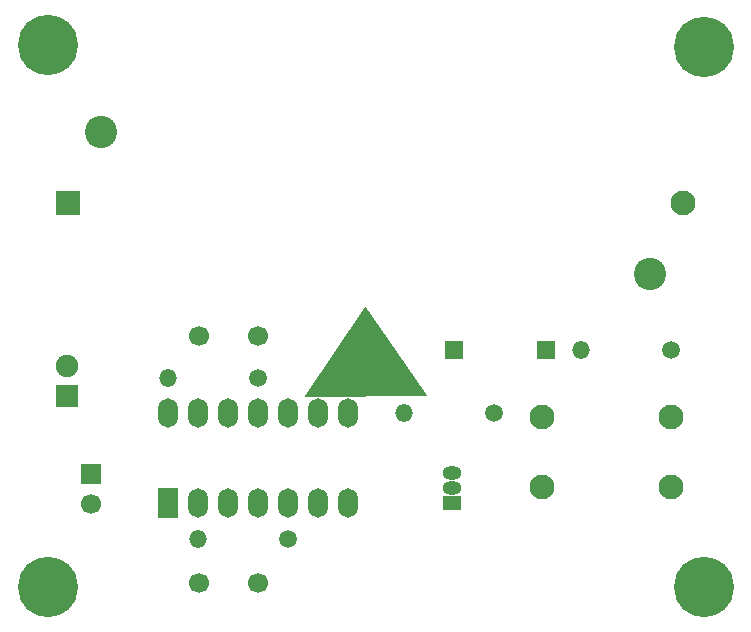
<source format=gbr>
%TF.GenerationSoftware,KiCad,Pcbnew,(5.1.6)-1*%
%TF.CreationDate,2021-01-25T23:31:43+01:00*%
%TF.ProjectId,LEDFlasher,4c454446-6c61-4736-9865-722e6b696361,v 0.3*%
%TF.SameCoordinates,Original*%
%TF.FileFunction,Soldermask,Top*%
%TF.FilePolarity,Negative*%
%FSLAX46Y46*%
G04 Gerber Fmt 4.6, Leading zero omitted, Abs format (unit mm)*
G04 Created by KiCad (PCBNEW (5.1.6)-1) date 2021-01-25 23:31:43*
%MOMM*%
%LPD*%
G01*
G04 APERTURE LIST*
%ADD10C,0.100000*%
%ADD11C,5.100000*%
%ADD12C,2.740000*%
%ADD13C,2.100000*%
%ADD14R,2.100000X2.100000*%
%ADD15C,1.700000*%
%ADD16R,1.700000X1.700000*%
%ADD17R,1.900000X1.900000*%
%ADD18C,1.900000*%
%ADD19O,1.600000X1.150000*%
%ADD20R,1.600000X1.150000*%
%ADD21C,1.500000*%
%ADD22O,1.500000X1.500000*%
%ADD23R,1.600000X1.600000*%
%ADD24R,1.700000X2.500000*%
%ADD25O,1.700000X2.500000*%
G04 APERTURE END LIST*
D10*
G36*
X135117840Y-97083880D02*
G01*
X124856240Y-97086420D01*
X129966720Y-89565480D01*
X135117840Y-97083880D01*
G37*
X135117840Y-97083880D02*
X124856240Y-97086420D01*
X129966720Y-89565480D01*
X135117840Y-97083880D01*
D11*
%TO.C,H3*%
X158623000Y-113284000D03*
%TD*%
%TO.C,H4*%
X103124000Y-113284000D03*
%TD*%
%TO.C,H2*%
X158623000Y-67564000D03*
%TD*%
%TO.C,H1*%
X103124000Y-67437000D03*
%TD*%
D12*
%TO.C,BT1*%
X107605000Y-74777000D03*
X154085000Y-86767000D03*
D13*
X156845000Y-80772000D03*
D14*
X104855000Y-80772000D03*
%TD*%
D15*
%TO.C,C1*%
X115872260Y-112994440D03*
X120872260Y-112994440D03*
%TD*%
%TO.C,C2*%
X120940840Y-92041980D03*
X115940840Y-92041980D03*
%TD*%
D16*
%TO.C,C3*%
X106735880Y-103769160D03*
D15*
X106735880Y-106269160D03*
%TD*%
D17*
%TO.C,D1*%
X104772460Y-97149920D03*
D18*
X104772460Y-94609920D03*
%TD*%
D19*
%TO.C,Q1*%
X137287000Y-104955340D03*
X137287000Y-103685340D03*
D20*
X137287000Y-106225340D03*
%TD*%
D21*
%TO.C,R1*%
X123482100Y-109260640D03*
D22*
X115862100Y-109260640D03*
%TD*%
D21*
%TO.C,R2*%
X120929400Y-95633540D03*
D22*
X113309400Y-95633540D03*
%TD*%
%TO.C,R3*%
X133281420Y-98572320D03*
D21*
X140901420Y-98572320D03*
%TD*%
D22*
%TO.C,R4*%
X148277580Y-93245940D03*
D21*
X155897580Y-93245940D03*
%TD*%
D23*
%TO.C,SW1*%
X145305780Y-93256100D03*
X137505780Y-93256100D03*
%TD*%
D13*
%TO.C,T1*%
X144907740Y-104871520D03*
X155907740Y-104871520D03*
X144907740Y-98871520D03*
X155907740Y-98871520D03*
%TD*%
D24*
%TO.C,U1*%
X113284000Y-106225340D03*
D25*
X128524000Y-98605340D03*
X115824000Y-106225340D03*
X125984000Y-98605340D03*
X118364000Y-106225340D03*
X123444000Y-98605340D03*
X120904000Y-106225340D03*
X120904000Y-98605340D03*
X123444000Y-106225340D03*
X118364000Y-98605340D03*
X125984000Y-106225340D03*
X115824000Y-98605340D03*
X128524000Y-106225340D03*
X113284000Y-98605340D03*
%TD*%
M02*

</source>
